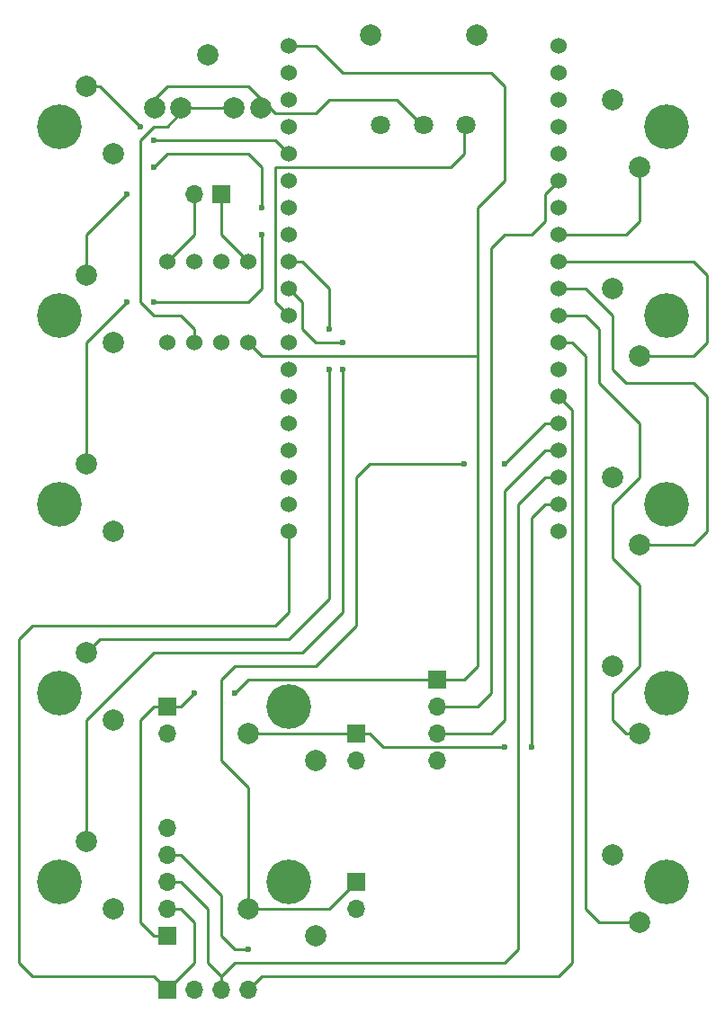
<source format=gtl>
G04 #@! TF.FileFunction,Copper,L1,Top,Signal*
%FSLAX46Y46*%
G04 Gerber Fmt 4.6, Leading zero omitted, Abs format (unit mm)*
G04 Created by KiCad (PCBNEW 4.0.1-stable) date 2020/05/24 23:31:30*
%MOMM*%
G01*
G04 APERTURE LIST*
%ADD10C,0.100000*%
%ADD11C,1.524000*%
%ADD12C,2.000000*%
%ADD13C,1.800000*%
%ADD14C,4.200000*%
%ADD15R,1.700000X1.700000*%
%ADD16O,1.700000X1.700000*%
%ADD17C,0.600000*%
%ADD18C,0.250000*%
G04 APERTURE END LIST*
D10*
D11*
X140970000Y-85090000D03*
X166370000Y-85090000D03*
X140970000Y-87630000D03*
X140970000Y-90170000D03*
X140970000Y-92710000D03*
X140970000Y-95250000D03*
X140970000Y-97790000D03*
X140970000Y-82550000D03*
X140970000Y-80010000D03*
X140970000Y-77470000D03*
X140970000Y-74930000D03*
X140970000Y-72390000D03*
X140970000Y-69850000D03*
X140970000Y-67310000D03*
X140970000Y-100330000D03*
X140970000Y-102870000D03*
X140970000Y-64770000D03*
X140970000Y-105410000D03*
X140970000Y-107950000D03*
X140970000Y-62230000D03*
X166370000Y-62230000D03*
X166370000Y-64770000D03*
X166370000Y-67310000D03*
X166370000Y-69850000D03*
X166370000Y-72390000D03*
X166370000Y-74930000D03*
X166370000Y-77470000D03*
X166370000Y-80010000D03*
X166370000Y-82550000D03*
X166370000Y-87630000D03*
X166370000Y-90170000D03*
X166370000Y-92710000D03*
X166370000Y-95250000D03*
X166370000Y-97790000D03*
X166370000Y-100330000D03*
X166370000Y-102870000D03*
X166370000Y-105410000D03*
X166370000Y-107950000D03*
D12*
X158670000Y-61230000D03*
D13*
X157670000Y-69730000D03*
X153670000Y-69730000D03*
X149670000Y-69730000D03*
D12*
X148670000Y-61230000D03*
X121920000Y-66040000D03*
X124460000Y-72390000D03*
D14*
X119380000Y-69850000D03*
D15*
X129540000Y-151130000D03*
D16*
X132080000Y-151130000D03*
X134620000Y-151130000D03*
X137160000Y-151130000D03*
D15*
X134620000Y-76200000D03*
D16*
X132080000Y-76200000D03*
D12*
X133350000Y-63120000D03*
X138350000Y-68120000D03*
X135850000Y-68120000D03*
X130850000Y-68120000D03*
X128350000Y-68120000D03*
X121920000Y-83820000D03*
X124460000Y-90170000D03*
D14*
X119380000Y-87630000D03*
D12*
X121920000Y-101600000D03*
X124460000Y-107950000D03*
D14*
X119380000Y-105410000D03*
D12*
X121920000Y-119380000D03*
X124460000Y-125730000D03*
D14*
X119380000Y-123190000D03*
D12*
X121920000Y-137160000D03*
X124460000Y-143510000D03*
D14*
X119380000Y-140970000D03*
D12*
X173990000Y-73660000D03*
X171450000Y-67310000D03*
D14*
X176530000Y-69850000D03*
D12*
X173990000Y-91440000D03*
X171450000Y-85090000D03*
D14*
X176530000Y-87630000D03*
D12*
X173990000Y-109220000D03*
X171450000Y-102870000D03*
D14*
X176530000Y-105410000D03*
D12*
X173990000Y-127000000D03*
X171450000Y-120650000D03*
D14*
X176530000Y-123190000D03*
D12*
X173990000Y-144780000D03*
X171450000Y-138430000D03*
D14*
X176530000Y-140970000D03*
D12*
X137160000Y-143510000D03*
X143510000Y-146050000D03*
D14*
X140970000Y-140970000D03*
D12*
X137160000Y-127000000D03*
X143510000Y-129540000D03*
D14*
X140970000Y-124460000D03*
D15*
X129540000Y-124460000D03*
D16*
X129540000Y-127000000D03*
D15*
X147320000Y-127000000D03*
D16*
X147320000Y-129540000D03*
D15*
X147320000Y-140970000D03*
D16*
X147320000Y-143510000D03*
D15*
X154940000Y-121920000D03*
D16*
X154940000Y-124460000D03*
X154940000Y-127000000D03*
X154940000Y-129540000D03*
D11*
X137160000Y-90170000D03*
X134620000Y-90170000D03*
X132080000Y-90170000D03*
X129540000Y-90170000D03*
X137160000Y-82550000D03*
X134620000Y-82550000D03*
X132080000Y-82550000D03*
X129540000Y-82550000D03*
D15*
X129540000Y-146050000D03*
D16*
X129540000Y-143510000D03*
X129540000Y-140970000D03*
X129540000Y-138430000D03*
X129540000Y-135890000D03*
D17*
X137160000Y-147320000D03*
X132080000Y-123190000D03*
X135890000Y-123190000D03*
X144780000Y-92710000D03*
X144780000Y-88900000D03*
X146050000Y-92710000D03*
X146050000Y-90170000D03*
X161290000Y-128270000D03*
X163830000Y-128270000D03*
X125730000Y-76200000D03*
X128270000Y-73660000D03*
X138430000Y-77470000D03*
X125730000Y-86360000D03*
X128270000Y-86360000D03*
X138430000Y-80010000D03*
X127000000Y-69850000D03*
X128270000Y-71120000D03*
X161290000Y-101600000D03*
X157480000Y-101600000D03*
D18*
X129540000Y-143510000D02*
X130810000Y-143510000D01*
X132080000Y-148590000D02*
X129540000Y-151130000D01*
X132080000Y-144780000D02*
X132080000Y-148590000D01*
X130810000Y-143510000D02*
X132080000Y-144780000D01*
X140970000Y-107950000D02*
X140970000Y-115570000D01*
X128270000Y-149860000D02*
X129540000Y-151130000D01*
X116840000Y-149860000D02*
X128270000Y-149860000D01*
X115570000Y-148590000D02*
X116840000Y-149860000D01*
X115570000Y-118110000D02*
X115570000Y-148590000D01*
X116840000Y-116840000D02*
X115570000Y-118110000D01*
X139700000Y-116840000D02*
X116840000Y-116840000D01*
X140970000Y-115570000D02*
X139700000Y-116840000D01*
X129540000Y-140970000D02*
X130810000Y-140970000D01*
X133350000Y-148590000D02*
X134620000Y-149860000D01*
X133350000Y-143510000D02*
X133350000Y-148590000D01*
X130810000Y-140970000D02*
X133350000Y-143510000D01*
X166370000Y-102870000D02*
X165100000Y-102870000D01*
X134620000Y-149860000D02*
X134620000Y-151130000D01*
X135890000Y-148590000D02*
X134620000Y-149860000D01*
X161290000Y-148590000D02*
X135890000Y-148590000D01*
X162560000Y-147320000D02*
X161290000Y-148590000D01*
X162560000Y-105410000D02*
X162560000Y-147320000D01*
X165100000Y-102870000D02*
X162560000Y-105410000D01*
X129540000Y-138430000D02*
X130810000Y-138430000D01*
X135890000Y-147320000D02*
X137160000Y-147320000D01*
X134620000Y-146050000D02*
X135890000Y-147320000D01*
X134620000Y-142240000D02*
X134620000Y-146050000D01*
X130810000Y-138430000D02*
X134620000Y-142240000D01*
X166370000Y-95250000D02*
X167640000Y-96520000D01*
X138430000Y-149860000D02*
X137160000Y-151130000D01*
X166370000Y-149860000D02*
X138430000Y-149860000D01*
X167640000Y-148590000D02*
X166370000Y-149860000D01*
X167640000Y-96520000D02*
X167640000Y-148590000D01*
X140970000Y-87630000D02*
X139700000Y-86360000D01*
X157480000Y-72390000D02*
X157480000Y-69920000D01*
X156210000Y-73660000D02*
X157480000Y-72390000D01*
X139700000Y-73660000D02*
X156210000Y-73660000D01*
X139700000Y-86360000D02*
X139700000Y-73660000D01*
X157480000Y-69920000D02*
X157670000Y-69730000D01*
X134620000Y-76200000D02*
X134620000Y-80010000D01*
X134620000Y-80010000D02*
X137160000Y-82550000D01*
X129540000Y-146050000D02*
X128270000Y-146050000D01*
X128270000Y-124460000D02*
X129540000Y-124460000D01*
X127000000Y-125730000D02*
X128270000Y-124460000D01*
X127000000Y-144780000D02*
X127000000Y-125730000D01*
X128270000Y-146050000D02*
X127000000Y-144780000D01*
X154940000Y-121920000D02*
X137160000Y-121920000D01*
X130810000Y-124460000D02*
X129540000Y-124460000D01*
X132080000Y-123190000D02*
X130810000Y-124460000D01*
X137160000Y-121920000D02*
X135890000Y-123190000D01*
X158750000Y-91440000D02*
X158750000Y-77470000D01*
X143510000Y-62230000D02*
X146050000Y-64770000D01*
X146050000Y-64770000D02*
X160020000Y-64770000D01*
X160020000Y-64770000D02*
X161290000Y-66040000D01*
X161290000Y-66040000D02*
X161290000Y-73660000D01*
X143510000Y-62230000D02*
X140970000Y-62230000D01*
X161290000Y-74930000D02*
X161290000Y-73660000D01*
X158750000Y-77470000D02*
X161290000Y-74930000D01*
X137160000Y-90170000D02*
X138430000Y-91440000D01*
X157480000Y-91440000D02*
X158750000Y-91440000D01*
X138430000Y-91440000D02*
X157480000Y-91440000D01*
X154940000Y-121920000D02*
X157480000Y-121920000D01*
X158750000Y-120650000D02*
X158750000Y-93980000D01*
X157480000Y-121920000D02*
X158750000Y-120650000D01*
X158750000Y-91440000D02*
X158750000Y-93980000D01*
X140970000Y-82550000D02*
X142240000Y-82550000D01*
X123190000Y-118110000D02*
X121920000Y-119380000D01*
X140970000Y-118110000D02*
X123190000Y-118110000D01*
X144780000Y-114300000D02*
X140970000Y-118110000D01*
X144780000Y-92710000D02*
X144780000Y-114300000D01*
X144780000Y-85090000D02*
X144780000Y-88900000D01*
X142240000Y-82550000D02*
X144780000Y-85090000D01*
X121920000Y-137160000D02*
X121920000Y-125730000D01*
X134620000Y-119380000D02*
X142240000Y-119380000D01*
X142240000Y-119380000D02*
X146050000Y-115570000D01*
X146050000Y-115570000D02*
X146050000Y-92710000D01*
X146050000Y-90170000D02*
X143510000Y-90170000D01*
X143510000Y-90170000D02*
X142240000Y-88900000D01*
X142240000Y-88900000D02*
X142240000Y-86360000D01*
X142240000Y-86360000D02*
X140970000Y-85090000D01*
X128270000Y-119380000D02*
X134620000Y-119380000D01*
X121920000Y-125730000D02*
X128270000Y-119380000D01*
X166370000Y-85090000D02*
X168910000Y-85090000D01*
X179070000Y-109220000D02*
X173990000Y-109220000D01*
X180340000Y-107950000D02*
X179070000Y-109220000D01*
X180340000Y-95250000D02*
X180340000Y-107950000D01*
X179070000Y-93980000D02*
X180340000Y-95250000D01*
X172720000Y-93980000D02*
X179070000Y-93980000D01*
X171450000Y-92710000D02*
X172720000Y-93980000D01*
X171450000Y-87630000D02*
X171450000Y-92710000D01*
X168910000Y-85090000D02*
X171450000Y-87630000D01*
X166370000Y-105410000D02*
X165100000Y-105410000D01*
X148590000Y-127000000D02*
X147320000Y-127000000D01*
X149860000Y-128270000D02*
X148590000Y-127000000D01*
X161290000Y-128270000D02*
X149860000Y-128270000D01*
X163830000Y-106680000D02*
X163830000Y-128270000D01*
X165100000Y-105410000D02*
X163830000Y-106680000D01*
X147320000Y-127000000D02*
X137160000Y-127000000D01*
X166370000Y-87630000D02*
X168910000Y-87630000D01*
X172720000Y-127000000D02*
X173990000Y-127000000D01*
X171450000Y-125730000D02*
X172720000Y-127000000D01*
X171450000Y-123190000D02*
X171450000Y-125730000D01*
X173990000Y-120650000D02*
X171450000Y-123190000D01*
X173990000Y-113030000D02*
X173990000Y-120650000D01*
X171450000Y-110490000D02*
X173990000Y-113030000D01*
X171450000Y-105410000D02*
X171450000Y-110490000D01*
X173990000Y-102870000D02*
X171450000Y-105410000D01*
X173990000Y-97790000D02*
X173990000Y-102870000D01*
X170180000Y-93980000D02*
X173990000Y-97790000D01*
X170180000Y-88900000D02*
X170180000Y-93980000D01*
X168910000Y-87630000D02*
X170180000Y-88900000D01*
X166370000Y-82550000D02*
X179070000Y-82550000D01*
X179070000Y-91440000D02*
X173990000Y-91440000D01*
X180340000Y-90170000D02*
X179070000Y-91440000D01*
X180340000Y-83820000D02*
X180340000Y-90170000D01*
X179070000Y-82550000D02*
X180340000Y-83820000D01*
X166370000Y-90170000D02*
X167640000Y-90170000D01*
X170180000Y-144780000D02*
X173990000Y-144780000D01*
X168910000Y-143510000D02*
X170180000Y-144780000D01*
X168910000Y-91440000D02*
X168910000Y-143510000D01*
X167640000Y-90170000D02*
X168910000Y-91440000D01*
X121920000Y-80010000D02*
X121920000Y-83820000D01*
X125730000Y-76200000D02*
X121920000Y-80010000D01*
X129540000Y-72390000D02*
X128270000Y-73660000D01*
X137160000Y-72390000D02*
X129540000Y-72390000D01*
X138430000Y-73660000D02*
X137160000Y-72390000D01*
X138430000Y-77470000D02*
X138430000Y-73660000D01*
X121920000Y-90170000D02*
X121920000Y-101600000D01*
X125730000Y-86360000D02*
X121920000Y-90170000D01*
X137160000Y-86360000D02*
X128270000Y-86360000D01*
X138430000Y-85090000D02*
X137160000Y-86360000D01*
X138430000Y-80010000D02*
X138430000Y-85090000D01*
X123190000Y-66040000D02*
X121920000Y-66040000D01*
X127000000Y-69850000D02*
X123190000Y-66040000D01*
X139700000Y-71120000D02*
X128270000Y-71120000D01*
X140970000Y-72390000D02*
X139700000Y-71120000D01*
X173990000Y-73660000D02*
X173990000Y-78740000D01*
X172720000Y-80010000D02*
X166370000Y-80010000D01*
X173990000Y-78740000D02*
X172720000Y-80010000D01*
X137160000Y-143510000D02*
X137160000Y-132080000D01*
X165100000Y-97790000D02*
X161290000Y-101600000D01*
X157480000Y-101600000D02*
X148590000Y-101600000D01*
X148590000Y-101600000D02*
X147320000Y-102870000D01*
X147320000Y-102870000D02*
X147320000Y-116840000D01*
X147320000Y-116840000D02*
X143510000Y-120650000D01*
X143510000Y-120650000D02*
X135890000Y-120650000D01*
X135890000Y-120650000D02*
X134620000Y-121920000D01*
X134620000Y-121920000D02*
X134620000Y-129540000D01*
X165100000Y-97790000D02*
X166370000Y-97790000D01*
X137160000Y-132080000D02*
X134620000Y-129540000D01*
X137160000Y-143510000D02*
X144780000Y-143510000D01*
X144780000Y-143510000D02*
X147320000Y-140970000D01*
X154940000Y-124460000D02*
X158750000Y-124460000D01*
X165100000Y-76200000D02*
X166370000Y-74930000D01*
X165100000Y-78740000D02*
X165100000Y-76200000D01*
X163830000Y-80010000D02*
X165100000Y-78740000D01*
X161290000Y-80010000D02*
X163830000Y-80010000D01*
X160020000Y-81280000D02*
X161290000Y-80010000D01*
X160020000Y-123190000D02*
X160020000Y-81280000D01*
X158750000Y-124460000D02*
X160020000Y-123190000D01*
X166370000Y-100330000D02*
X165100000Y-100330000D01*
X160020000Y-127000000D02*
X154940000Y-127000000D01*
X161290000Y-125730000D02*
X160020000Y-127000000D01*
X161290000Y-104140000D02*
X161290000Y-125730000D01*
X165100000Y-100330000D02*
X161290000Y-104140000D01*
X153670000Y-69730000D02*
X153550000Y-69730000D01*
X153550000Y-69730000D02*
X151130000Y-67310000D01*
X151130000Y-67310000D02*
X144780000Y-67310000D01*
X144780000Y-67310000D02*
X143510000Y-68580000D01*
X143510000Y-68580000D02*
X139700000Y-68580000D01*
X139700000Y-68580000D02*
X139240000Y-68120000D01*
X139240000Y-68120000D02*
X138350000Y-68120000D01*
X128350000Y-68120000D02*
X128350000Y-67230000D01*
X128350000Y-67230000D02*
X129540000Y-66040000D01*
X129540000Y-66040000D02*
X137160000Y-66040000D01*
X137160000Y-66040000D02*
X138350000Y-67230000D01*
X138350000Y-67230000D02*
X138350000Y-68120000D01*
X135850000Y-68120000D02*
X130850000Y-68120000D01*
X132080000Y-90170000D02*
X132080000Y-88900000D01*
X129540000Y-69850000D02*
X130850000Y-68540000D01*
X128270000Y-69850000D02*
X129540000Y-69850000D01*
X127000000Y-71120000D02*
X128270000Y-69850000D01*
X127000000Y-86360000D02*
X127000000Y-71120000D01*
X128270000Y-87630000D02*
X127000000Y-86360000D01*
X130810000Y-87630000D02*
X128270000Y-87630000D01*
X132080000Y-88900000D02*
X130810000Y-87630000D01*
X130850000Y-68540000D02*
X130850000Y-68120000D01*
X129540000Y-82550000D02*
X132080000Y-80010000D01*
X132080000Y-80010000D02*
X132080000Y-76200000D01*
M02*

</source>
